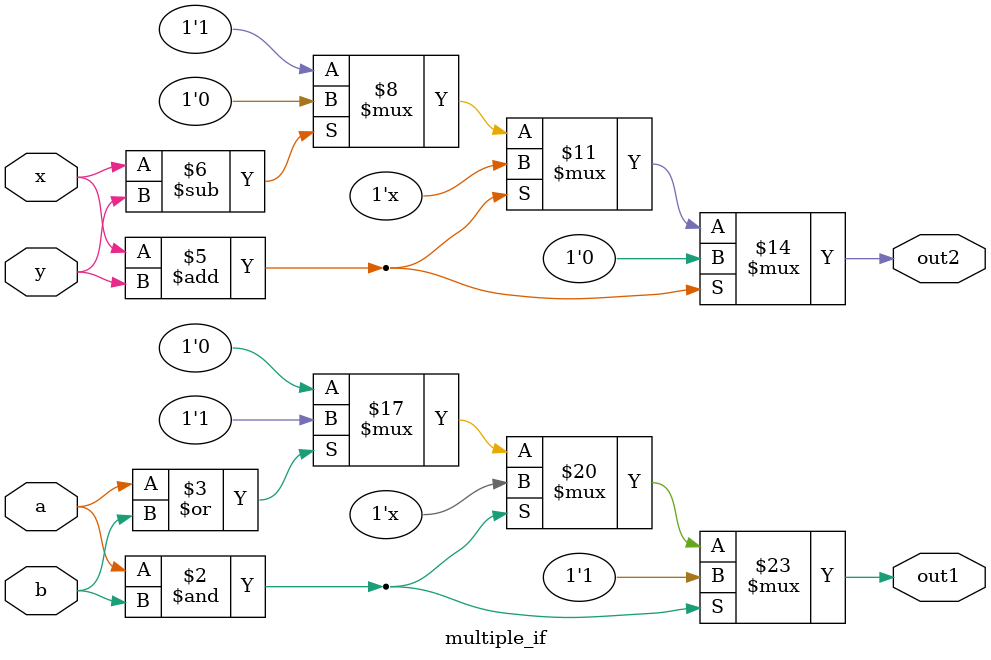
<source format=v>
module multiple_if(
input a,
input b,
input x,
input y,
output reg out1,
output reg out2);
always@(*)begin
if(a&b)
out1=1;
else if(a|b)
out1=1;
else
out1=0;
end

always@(*)begin
if(x+y)
out2=0;
else if(x-y)
out2=0;
else
out2=1;
end
endmodule


</source>
